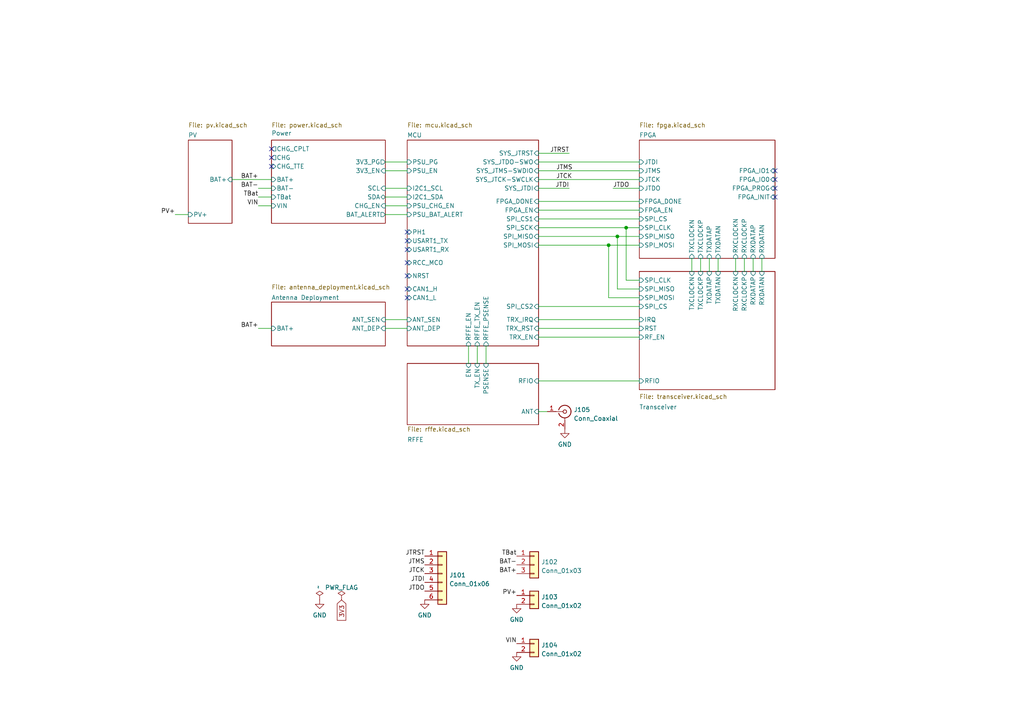
<source format=kicad_sch>
(kicad_sch (version 20211123) (generator eeschema)
  (paper "A4")
  (title_block (title "SIDLOC") (date "2022-03-16") (company "Libre Space Foundation"))
  (lib_symbols
    (symbol "Connector:Conn_Coaxial" (pin_names (offset 1.016) hide)
      (property "Reference" "J" (at 0.254 3.048 0))
      (property "Value" "Conn_Coaxial" (at 2.921 0 90))
      (symbol "Conn_Coaxial_0_1"
        (arc (start -1.778 -0.508) (mid 0.222 -1.808) (end 1.778 0) (stroke (width 0.254)))
        (polyline (pts (xy -2.54 0) (xy -0.508 0)))
        (polyline (pts (xy 0 -2.54) (xy 0 -1.778)))
        (circle (center 0 0) (radius 0.508) (stroke (width 0.2032)))
        (arc (start 1.778 0) (mid 0.222 1.8083) (end -1.778 0.508) (stroke (width 0.254)))
      )
      (symbol "Conn_Coaxial_1_1"
        (pin passive line (at -5.08 0 0) (length 2.54) (name "In") (number "1"))
        (pin passive line (at 0 -5.08 90) (length 2.54) (name "Ext") (number "2"))
      )
    )
    (symbol "Connector_Generic:Conn_01x02" (pin_names (offset 1.016) hide)
      (property "Reference" "J" (at 0 2.54 0))
      (property "Value" "Conn_01x02" (at 0 -5.08 0))
      (symbol "Conn_01x02_1_1"
        (rectangle (start -1.27 -2.413) (end 0 -2.667) (stroke (width 0.1524)))
        (rectangle (start -1.27 0.127) (end 0 -0.127) (stroke (width 0.1524)))
        (rectangle (start -1.27 1.27) (end 1.27 -3.81) (stroke (width 0.254)) (fill (type background)))
        (pin passive line (at -5.08 0 0) (length 3.81) (name "Pin_1") (number "1"))
        (pin passive line (at -5.08 -2.54 0) (length 3.81) (name "Pin_2") (number "2"))
      )
    )
    (symbol "Connector_Generic:Conn_01x03" (pin_names (offset 1.016) hide)
      (property "Reference" "J" (at 0 5.08 0))
      (property "Value" "Conn_01x03" (at 0 -5.08 0))
      (symbol "Conn_01x03_1_1"
        (rectangle (start -1.27 -2.413) (end 0 -2.667) (stroke (width 0.1524)))
        (rectangle (start -1.27 0.127) (end 0 -0.127) (stroke (width 0.1524)))
        (rectangle (start -1.27 2.667) (end 0 2.413) (stroke (width 0.1524)))
        (rectangle (start -1.27 3.81) (end 1.27 -3.81) (stroke (width 0.254)) (fill (type background)))
        (pin passive line (at -5.08 2.54 0) (length 3.81) (name "Pin_1") (number "1"))
        (pin passive line (at -5.08 0 0) (length 3.81) (name "Pin_2") (number "2"))
        (pin passive line (at -5.08 -2.54 0) (length 3.81) (name "Pin_3") (number "3"))
      )
    )
    (symbol "Connector_Generic:Conn_01x06" (pin_names (offset 1.016) hide)
      (property "Reference" "J" (at 0 7.62 0))
      (property "Value" "Conn_01x06" (at 0 -10.16 0))
      (symbol "Conn_01x06_1_1"
        (rectangle (start -1.27 -7.493) (end 0 -7.747) (stroke (width 0.1524)))
        (rectangle (start -1.27 -4.953) (end 0 -5.207) (stroke (width 0.1524)))
        (rectangle (start -1.27 -2.413) (end 0 -2.667) (stroke (width 0.1524)))
        (rectangle (start -1.27 0.127) (end 0 -0.127) (stroke (width 0.1524)))
        (rectangle (start -1.27 2.667) (end 0 2.413) (stroke (width 0.1524)))
        (rectangle (start -1.27 5.207) (end 0 4.953) (stroke (width 0.1524)))
        (rectangle (start -1.27 6.35) (end 1.27 -8.89) (stroke (width 0.254)) (fill (type background)))
        (pin passive line (at -5.08 5.08 0) (length 3.81) (name "Pin_1") (number "1"))
        (pin passive line (at -5.08 2.54 0) (length 3.81) (name "Pin_2") (number "2"))
        (pin passive line (at -5.08 0 0) (length 3.81) (name "Pin_3") (number "3"))
        (pin passive line (at -5.08 -2.54 0) (length 3.81) (name "Pin_4") (number "4"))
        (pin passive line (at -5.08 -5.08 0) (length 3.81) (name "Pin_5") (number "5"))
        (pin passive line (at -5.08 -7.62 0) (length 3.81) (name "Pin_6") (number "6"))
      )
    )
    (symbol "power:GND" (power) (pin_names (offset 0))
      (property "Value" "GND" (at 0 -3.81 0))
      (symbol "GND_0_1"
        (polyline (pts (xy 0 0) (xy 0 -1.27) (xy 1.27 -1.27) (xy 0 -2.54) (xy -1.27 -1.27) (xy 0 -1.27)))
      )
      (symbol "GND_1_1"
        (pin power_in line (at 0 0 270) (length 0) hide (name "GND") (number "1"))
      )
    )
    (symbol "power:PWR_FLAG" (power) (pin_numbers hide) (pin_names (offset 0) hide)
      (property "Value" "PWR_FLAG" (at 0 3.81 0))
      (symbol "PWR_FLAG_0_0"
        (pin power_out line (at 0 0 90) (length 0) (name "pwr") (number "1"))
      )
      (symbol "PWR_FLAG_0_1"
        (polyline (pts (xy 0 0) (xy 0 1.27) (xy -1.016 1.905) (xy 0 2.54) (xy 1.016 1.905) (xy 0 1.27)))
      )
    )
  )
  (junction (at 176.53 71.12))
  (junction (at 179.07 68.58))
  (junction (at 181.61 66.04))
  (no_connect (at 118.11 67.31))
  (no_connect (at 78.74 45.72))
  (no_connect (at 78.74 48.26))
  (no_connect (at 78.74 43.18))
  (no_connect (at 224.79 52.07))
  (no_connect (at 224.79 49.53))
  (no_connect (at 224.79 57.15))
  (no_connect (at 224.79 54.61))
  (no_connect (at 118.11 69.85))
  (no_connect (at 118.11 72.39))
  (no_connect (at 118.11 83.82))
  (no_connect (at 118.11 86.36))
  (no_connect (at 118.11 80.01))
  (no_connect (at 118.11 76.2))
  (wire (pts (xy 185.42 83.82) (xy 179.07 83.82)))
  (wire (pts (xy 156.21 44.45) (xy 165.1 44.45)))
  (wire (pts (xy 156.21 58.42) (xy 185.42 58.42)))
  (wire (pts (xy 156.21 92.71) (xy 185.42 92.71)))
  (wire (pts (xy 185.42 86.36) (xy 176.53 86.36)))
  (wire (pts (xy 156.21 66.04) (xy 181.61 66.04)))
  (wire (pts (xy 156.21 52.07) (xy 185.42 52.07)))
  (wire (pts (xy 156.21 68.58) (xy 179.07 68.58)))
  (wire (pts (xy 177.8 54.61) (xy 185.42 54.61)))
  (wire (pts (xy 111.76 62.23) (xy 118.11 62.23)))
  (wire (pts (xy 156.21 60.96) (xy 185.42 60.96)))
  (wire (pts (xy 156.21 97.79) (xy 185.42 97.79)))
  (wire (pts (xy 203.2 74.93) (xy 203.2 78.74)))
  (wire (pts (xy 111.76 95.25) (xy 118.11 95.25)))
  (wire (pts (xy 111.76 59.69) (xy 118.11 59.69)))
  (wire (pts (xy 111.76 49.53) (xy 118.11 49.53)))
  (wire (pts (xy 176.53 71.12) (xy 185.42 71.12)))
  (wire (pts (xy 200.66 74.93) (xy 200.66 78.74)))
  (wire (pts (xy 74.93 95.25) (xy 78.74 95.25)))
  (wire (pts (xy 205.74 74.93) (xy 205.74 78.74)))
  (wire (pts (xy 156.21 119.38) (xy 158.75 119.38)))
  (wire (pts (xy 156.21 54.61) (xy 165.1 54.61)))
  (wire (pts (xy 156.21 63.5) (xy 185.42 63.5)))
  (wire (pts (xy 181.61 66.04) (xy 185.42 66.04)))
  (wire (pts (xy 220.98 74.93) (xy 220.98 78.74)))
  (wire (pts (xy 176.53 71.12) (xy 176.53 86.36)))
  (wire (pts (xy 156.21 46.99) (xy 185.42 46.99)))
  (wire (pts (xy 179.07 68.58) (xy 185.42 68.58)))
  (wire (pts (xy 78.74 57.15) (xy 74.93 57.15)))
  (wire (pts (xy 156.21 110.49) (xy 185.42 110.49)))
  (wire (pts (xy 135.89 100.33) (xy 135.89 105.41)))
  (wire (pts (xy 185.42 81.28) (xy 181.61 81.28)))
  (wire (pts (xy 156.21 49.53) (xy 185.42 49.53)))
  (wire (pts (xy 218.44 74.93) (xy 218.44 78.74)))
  (wire (pts (xy 138.43 100.33) (xy 138.43 105.41)))
  (wire (pts (xy 78.74 59.69) (xy 74.93 59.69)))
  (wire (pts (xy 111.76 54.61) (xy 118.11 54.61)))
  (wire (pts (xy 213.36 74.93) (xy 213.36 78.74)))
  (wire (pts (xy 156.21 71.12) (xy 176.53 71.12)))
  (wire (pts (xy 215.9 74.93) (xy 215.9 78.74)))
  (wire (pts (xy 54.61 62.23) (xy 50.8 62.23)))
  (wire (pts (xy 111.76 46.99) (xy 118.11 46.99)))
  (wire (pts (xy 156.21 95.25) (xy 185.42 95.25)))
  (wire (pts (xy 156.21 88.9) (xy 185.42 88.9)))
  (wire (pts (xy 67.31 52.07) (xy 78.74 52.07)))
  (wire (pts (xy 179.07 68.58) (xy 179.07 83.82)))
  (wire (pts (xy 181.61 66.04) (xy 181.61 81.28)))
  (wire (pts (xy 208.28 74.93) (xy 208.28 78.74)))
  (wire (pts (xy 78.74 54.61) (xy 74.93 54.61)))
  (wire (pts (xy 111.76 92.71) (xy 118.11 92.71)))
  (wire (pts (xy 140.97 100.33) (xy 140.97 105.41)))
  (wire (pts (xy 111.76 57.15) (xy 118.11 57.15)))
  (label "PV+" (at 50.8 62.23 180))
  (label "JTDO" (at 123.19 171.45 180))
  (label "TBat" (at 74.93 57.15 180))
  (label "JTDO" (at 177.8 54.61 0))
  (label "BAT+" (at 74.93 95.25 180))
  (label "JTDI" (at 123.19 168.91 180))
  (label "JTRST" (at 123.19 161.29 180))
  (label "JTRST" (at 165.1 44.45 180))
  (label "JTMS" (at 161.29 49.53 0))
  (label "JTMS" (at 123.19 163.83 180))
  (label "PV+" (at 149.86 172.72 180))
  (label "JTCK" (at 123.19 166.37 180))
  (label "JTDI" (at 165.1 54.61 180))
  (label "BAT-" (at 149.86 163.83 180))
  (label "VIN" (at 74.93 59.69 180))
  (label "JTCK" (at 161.29 52.07 0))
  (label "BAT+" (at 74.93 52.07 180))
  (label "VIN" (at 149.86 186.69 180))
  (label "BAT-" (at 74.93 54.61 180))
  (label "TBat" (at 149.86 161.29 180))
  (label "BAT+" (at 149.86 166.37 180))
  (global_label "3V3" (shape input) (at 99.06 173.99 270) (property "Intersheet References" "${INTERSHEET_REFS}" (effects hide)))
  (symbol (lib_id "power:GND") (at 149.86 189.23 0) (unit 1)
    (property "Reference" "#PWR0103" (effects hide))
    (property "Value" "GND" (at 149.86 193.6734 0))
  )
  (symbol (lib_id "power:GND") (at 163.83 124.46 0) (unit 1)
    (property "Reference" "#PWR0104" (effects hide))
    (property "Value" "GND" (at 163.83 128.9034 0))
  )
  (symbol (lib_id "power:PWR_FLAG") (at 99.06 173.99 0) (unit 1)
    (property "Reference" "#FLG0102" (effects hide))
    (property "Value" "PWR_FLAG" (at 99.06 170.4142 0))
  )
  (symbol (lib_id "Connector_Generic:Conn_01x02") (at 154.94 172.72 0) (unit 1)
    (property "Reference" "J103" (at 156.972 173.1553 0) (effects (justify left)))
    (property "Value" "Conn_01x02" (at 156.972 175.6922 0) (effects (justify left)))
  )
  (symbol (lib_id "power:PWR_FLAG") (at 92.71 173.99 0) (unit 1)
    (property "Reference" "#FLG0101" (effects hide))
    (property "Value" "~" (at 92.2762 170.8151 90) (effects (justify left)))
  )
  (symbol (lib_id "power:GND") (at 149.86 175.26 0) (unit 1)
    (property "Reference" "#PWR0102" (effects hide))
    (property "Value" "GND" (at 149.86 179.7034 0))
  )
  (symbol (lib_id "Connector_Generic:Conn_01x02") (at 154.94 186.69 0) (unit 1)
    (property "Reference" "J104" (at 156.972 187.1253 0) (effects (justify left)))
    (property "Value" "Conn_01x02" (at 156.972 189.6622 0) (effects (justify left)))
  )
  (symbol (lib_id "Connector_Generic:Conn_01x03") (at 154.94 163.83 0) (unit 1)
    (property "Reference" "J102" (at 156.972 162.9953 0) (effects (justify left)))
    (property "Value" "Conn_01x03" (at 156.972 165.5322 0) (effects (justify left)))
  )
  (symbol (lib_id "power:GND") (at 123.19 173.99 0) (unit 1)
    (property "Reference" "#PWR0101" (effects hide))
    (property "Value" "GND" (at 123.19 178.4334 0))
  )
  (symbol (lib_id "Connector_Generic:Conn_01x06") (at 128.27 166.37 0) (unit 1)
    (property "Reference" "J101" (at 130.302 166.8053 0) (effects (justify left)))
    (property "Value" "Conn_01x06" (at 130.302 169.3422 0) (effects (justify left)))
  )
  (symbol (lib_id "power:GND") (at 92.71 173.99 0) (unit 1)
    (property "Reference" "#PWR0105" (effects hide))
    (property "Value" "GND" (at 92.71 178.4334 0))
  )
  (symbol (lib_id "Connector:Conn_Coaxial") (at 163.83 119.38 0) (unit 1)
    (property "Reference" "J105" (at 166.37 118.8385 0) (effects (justify left)))
    (property "Value" "Conn_Coaxial" (at 166.37 121.3754 0) (effects (justify left)))
    (property "Datasheet" " ~" (effects hide))
  )
  (sheet (at 54.61 40.64) (size 12.7 24.13) (stroke (width 0.1524))
    (property "Sheet name" "PV" (at 54.61 39.9284 0) (effects (justify left bottom)))
    (property "Sheet file" "pv.kicad_sch" (at 54.61 35.56 0) (effects (justify left top)))
    (pin "PV+" input (at 54.61 62.23 180))
    (pin "BAT+" input (at 67.31 52.07 0))
  )
  (sheet (at 185.42 78.74) (size 39.37 34.29) (stroke (width 0.1524))
    (property "Sheet name" "Transceiver" (at 185.42 118.7954 0) (effects (justify left bottom)))
    (property "Sheet file" "transceiver.kicad_sch" (at 185.42 114.3 0) (effects (justify left top)))
    (pin "TXDATAP" input (at 205.74 78.74 90))
    (pin "TXDATAN" input (at 208.28 78.74 90))
    (pin "TXCLOCKN" input (at 200.66 78.74 90))
    (pin "TXCLOCKP" input (at 203.2 78.74 90))
    (pin "RXCLOCKP" input (at 215.9 78.74 90))
    (pin "RXCLOCKN" input (at 213.36 78.74 90))
    (pin "RXDATAP" input (at 218.44 78.74 90))
    (pin "RXDATAN" input (at 220.98 78.74 90))
    (pin "SPI_MOSI" input (at 185.42 86.36 180))
    (pin "SPI_CLK" input (at 185.42 81.28 180))
    (pin "SPI_CS" input (at 185.42 88.9 180))
    (pin "SPI_MISO" input (at 185.42 83.82 180))
    (pin "IRQ" input (at 185.42 92.71 180))
    (pin "RST" input (at 185.42 95.25 180))
    (pin "RFIO" input (at 185.42 110.49 180))
    (pin "RF_EN" input (at 185.42 97.79 180))
  )
  (sheet (at 118.11 105.41) (size 38.1 17.78) (stroke (width 0.1524))
    (property "Sheet name" "RFFE" (at 118.11 128.27 0) (effects (justify left bottom)))
    (property "Sheet file" "rffe.kicad_sch" (at 118.11 123.7746 0) (effects (justify left top)))
    (pin "EN" input (at 135.89 105.41 90))
    (pin "TX_EN" input (at 138.43 105.41 90))
    (pin "RFIO" input (at 156.21 110.49 0))
    (pin "ANT" input (at 156.21 119.38 0))
    (pin "PSENSE" input (at 140.97 105.41 90))
  )
  (sheet (at 78.74 40.64) (size 33.02 24.13) (stroke (width 0.1524))
    (property "Sheet name" "Power" (at 78.74 39.37 0) (effects (justify left bottom)))
    (property "Sheet file" "power.kicad_sch" (at 78.74 35.56 0) (effects (justify left top)))
    (pin "3V3_EN" input (at 111.76 49.53 0))
    (pin "TBat" input (at 78.74 57.15 180))
    (pin "SCL" input (at 111.76 54.61 0))
    (pin "BAT+" input (at 78.74 52.07 180))
    (pin "BAT-" input (at 78.74 54.61 180))
    (pin "3V3_PG" output (at 111.76 46.99 0))
    (pin "SDA" bidirectional (at 111.76 57.15 0))
    (pin "BAT_ALERT" output (at 111.76 62.23 0))
    (pin "CHG_CPLT" output (at 78.74 43.18 180))
    (pin "CHG" output (at 78.74 45.72 180))
    (pin "CHG_TTE" input (at 78.74 48.26 180))
    (pin "CHG_EN" input (at 111.76 59.69 0))
    (pin "VIN" input (at 78.74 59.69 180))
  )
  (sheet (at 185.42 40.64) (size 39.37 34.29) (stroke (width 0.1524))
    (property "Sheet name" "FPGA" (at 185.42 39.9284 0) (effects (justify left bottom)))
    (property "Sheet file" "fpga.kicad_sch" (at 185.42 35.56 0) (effects (justify left top)))
    (pin "JTDO" input (at 185.42 54.61 180))
    (pin "JTMS" input (at 185.42 49.53 180))
    (pin "JTCK" input (at 185.42 52.07 180))
    (pin "JTDI" input (at 185.42 46.99 180))
    (pin "FPGA_DONE" input (at 185.42 58.42 180))
    (pin "FPGA_INIT" input (at 224.79 57.15 0))
    (pin "FPGA_PROG" input (at 224.79 54.61 0))
    (pin "FPGA_IO0" input (at 224.79 52.07 0))
    (pin "FPGA_IO1" input (at 224.79 49.53 0))
    (pin "SPI_MISO" input (at 185.42 68.58 180))
    (pin "SPI_MOSI" input (at 185.42 71.12 180))
    (pin "SPI_CLK" input (at 185.42 66.04 180))
    (pin "SPI_CS" input (at 185.42 63.5 180))
    (pin "TXCLOCKN" input (at 200.66 74.93 270))
    (pin "TXCLOCKP" input (at 203.2 74.93 270))
    (pin "TXDATAP" input (at 205.74 74.93 270))
    (pin "TXDATAN" input (at 208.28 74.93 270))
    (pin "RXCLOCKN" input (at 213.36 74.93 270))
    (pin "RXCLOCKP" input (at 215.9 74.93 270))
    (pin "RXDATAP" input (at 218.44 74.93 270))
    (pin "RXDATAN" input (at 220.98 74.93 270))
    (pin "FPGA_EN" input (at 185.42 60.96 180))
  )
  (sheet (at 118.11 40.64) (size 38.1 59.69) (stroke (width 0.1524))
    (property "Sheet name" "MCU" (at 118.11 39.9284 0) (effects (justify left bottom)))
    (property "Sheet file" "mcu.kicad_sch" (at 118.11 35.56 0) (effects (justify left top)))
    (pin "USART1_TX" input (at 118.11 69.85 180))
    (pin "SYS_JTDO-SWO" input (at 156.21 46.99 0))
    (pin "USART1_RX" input (at 118.11 72.39 180))
    (pin "SYS_JTRST" input (at 156.21 44.45 0))
    (pin "SYS_JTMS-SWDIO" input (at 156.21 49.53 0))
    (pin "SYS_JTCK-SWCLK" input (at 156.21 52.07 0))
    (pin "SYS_JTDI" input (at 156.21 54.61 0))
    (pin "I2C1_SCL" input (at 118.11 54.61 180))
    (pin "RCC_MCO" input (at 118.11 76.2 180))
    (pin "I2C1_SDA" input (at 118.11 57.15 180))
    (pin "NRST" input (at 118.11 80.01 180))
    (pin "CAN1_H" input (at 118.11 83.82 180))
    (pin "CAN1_L" input (at 118.11 86.36 180))
    (pin "PH1" input (at 118.11 67.31 180))
    (pin "SPI_CS2" input (at 156.21 88.9 0))
    (pin "RFFE_EN" input (at 135.89 100.33 270))
    (pin "PSU_EN" input (at 118.11 49.53 180))
    (pin "TRX_IRQ" input (at 156.21 92.71 0))
    (pin "ANT_SEN" input (at 118.11 92.71 180))
    (pin "FPGA_DONE" input (at 156.21 58.42 0))
    (pin "RFFE_TX_EN" input (at 138.43 100.33 270))
    (pin "PSU_CHG_EN" input (at 118.11 59.69 180))
    (pin "TRX_EN" input (at 156.21 97.79 0))
    (pin "FPGA_EN" input (at 156.21 60.96 0))
    (pin "PSU_BAT_ALERT" input (at 118.11 62.23 180))
    (pin "RFFE_PSENSE" input (at 140.97 100.33 270))
    (pin "PSU_PG" input (at 118.11 46.99 180))
    (pin "TRX_RST" input (at 156.21 95.25 0))
    (pin "ANT_DEP" input (at 118.11 95.25 180))
    (pin "SPI_CS1" input (at 156.21 63.5 0))
    (pin "SPI_MISO" input (at 156.21 68.58 0))
    (pin "SPI_SCK" input (at 156.21 66.04 0))
    (pin "SPI_MOSI" input (at 156.21 71.12 0))
  )
  (sheet (at 78.74 87.63) (size 33.02 12.7) (stroke (width 0.1524))
    (property "Sheet name" "Antenna Deployment" (at 78.74 87.0454 0) (effects (justify left bottom)))
    (property "Sheet file" "antenna_deployment.kicad_sch" (at 78.74 82.55 0) (effects (justify left top)))
    (pin "ANT_DEP" input (at 111.76 95.25 0))
    (pin "ANT_SEN" input (at 111.76 92.71 0))
    (pin "BAT+" input (at 78.74 95.25 180))
  )
)
</source>
